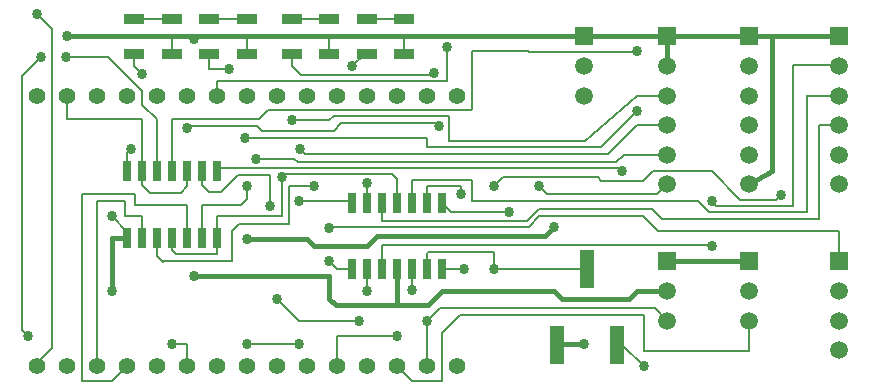
<source format=gbr>
G04 EAGLE Gerber RS-274X export*
G75*
%MOMM*%
%FSLAX34Y34*%
%LPD*%
%INTop Copper*%
%IPPOS*%
%AMOC8*
5,1,8,0,0,1.08239X$1,22.5*%
G01*
%ADD10C,1.408000*%
%ADD11R,0.650000X1.750000*%
%ADD12R,1.700000X0.900000*%
%ADD13C,1.508000*%
%ADD14R,1.508000X1.508000*%
%ADD15R,1.200000X3.300000*%
%ADD16C,0.203200*%
%ADD17C,0.856400*%
%ADD18C,0.406400*%


D10*
X69850Y25400D03*
X95250Y25400D03*
X120650Y25400D03*
X146050Y25400D03*
X171450Y25400D03*
X196850Y25400D03*
X222250Y25400D03*
X247650Y25400D03*
X273050Y25400D03*
X298450Y25400D03*
X323850Y25400D03*
X349250Y25400D03*
X374650Y25400D03*
X400050Y25400D03*
X425450Y25400D03*
X425450Y254000D03*
X400050Y254000D03*
X374650Y254000D03*
X349250Y254000D03*
X323850Y254000D03*
X298450Y254000D03*
X273050Y254000D03*
X247650Y254000D03*
X222250Y254000D03*
X196850Y254000D03*
X171450Y254000D03*
X146050Y254000D03*
X120650Y254000D03*
X95250Y254000D03*
X69850Y254000D03*
D11*
X336550Y107950D03*
X349250Y107950D03*
X361950Y107950D03*
X374650Y107950D03*
X387350Y107950D03*
X400050Y107950D03*
X412750Y107950D03*
X412750Y163950D03*
X400050Y163950D03*
X387350Y163950D03*
X374650Y163950D03*
X361950Y163950D03*
X349250Y163950D03*
X336550Y163950D03*
D12*
X381000Y319300D03*
X381000Y290300D03*
X317500Y319300D03*
X317500Y290300D03*
X247650Y319300D03*
X247650Y290300D03*
X184150Y319300D03*
X184150Y290300D03*
X349250Y319300D03*
X349250Y290300D03*
X285750Y290300D03*
X285750Y319300D03*
X215900Y319300D03*
X215900Y290300D03*
X152400Y319300D03*
X152400Y290300D03*
D13*
X749300Y179800D03*
X749300Y204800D03*
X749300Y229800D03*
X749300Y254800D03*
X749300Y279800D03*
D14*
X749300Y304800D03*
D13*
X673100Y179800D03*
X673100Y204800D03*
X673100Y229800D03*
X673100Y254800D03*
X673100Y279800D03*
D14*
X673100Y304800D03*
D13*
X603250Y64300D03*
X603250Y89300D03*
D14*
X603250Y114300D03*
D13*
X673100Y64300D03*
X673100Y89300D03*
D14*
X673100Y114300D03*
D13*
X749300Y39300D03*
X749300Y64300D03*
X749300Y89300D03*
D14*
X749300Y114300D03*
D13*
X533400Y254800D03*
X533400Y279800D03*
D14*
X533400Y304800D03*
D13*
X603250Y179800D03*
X603250Y204800D03*
X603250Y229800D03*
X603250Y254800D03*
X603250Y279800D03*
D14*
X603250Y304800D03*
D11*
X146550Y134500D03*
X159250Y134500D03*
X171950Y134500D03*
X184650Y134500D03*
X197350Y134500D03*
X210050Y134500D03*
X222750Y134500D03*
X222750Y190500D03*
X210050Y190500D03*
X197350Y190500D03*
X184650Y190500D03*
X171950Y190500D03*
X159250Y190500D03*
X146550Y190500D03*
D15*
X535940Y107950D03*
X510540Y43950D03*
X561340Y43950D03*
D16*
X120650Y25400D02*
X120650Y165100D01*
X158750Y135000D02*
X159250Y134500D01*
X158750Y135000D02*
X158750Y152400D01*
X144744Y152400D01*
X144744Y165100D01*
X120650Y165100D01*
X196900Y162052D02*
X197350Y134500D01*
X196900Y162052D02*
X152908Y162052D01*
X146050Y25400D02*
X133350Y12700D01*
X107950Y12700D01*
X107950Y171450D01*
X152908Y171450D01*
X152908Y162052D01*
X210050Y179070D02*
X210050Y190500D01*
D17*
X267462Y161290D03*
D16*
X215892Y173228D02*
X210050Y179070D01*
X215892Y173228D02*
X225552Y173228D01*
X239776Y187452D01*
X267208Y187452D01*
X267208Y161544D01*
X267462Y161290D01*
X171950Y190500D02*
X171450Y191000D01*
X171450Y234950D01*
X159258Y247142D01*
X130350Y287528D02*
X94234Y287528D01*
X57222Y56098D02*
X62520Y50800D01*
X57222Y56098D02*
X57222Y271090D01*
X73152Y287020D01*
D17*
X73152Y287020D03*
X94234Y287528D03*
D16*
X196850Y44450D02*
X196850Y25400D01*
X196850Y44450D02*
X184150Y44450D01*
D17*
X184150Y44450D03*
X62520Y50800D03*
D16*
X159258Y258620D02*
X130350Y287528D01*
X159258Y258620D02*
X159258Y247142D01*
X412750Y107950D02*
X431800Y107950D01*
D17*
X431800Y107950D03*
X410210Y228600D03*
D16*
X260350Y224790D02*
X256540Y228600D01*
X260350Y224790D02*
X321310Y224790D01*
X327660Y231140D01*
X407670Y231140D01*
X410210Y228600D01*
X256540Y228600D02*
X196850Y228600D01*
X196850Y227620D01*
D17*
X196850Y227620D03*
X158750Y273050D03*
D16*
X152400Y279400D02*
X152400Y290300D01*
X152400Y279400D02*
X158750Y273050D01*
D17*
X292100Y165100D03*
D16*
X336550Y165100D02*
X336550Y163950D01*
X336550Y165100D02*
X292100Y165100D01*
D17*
X232918Y277622D03*
D16*
X215900Y277622D01*
X215900Y290300D01*
D17*
X247650Y44450D03*
D16*
X292100Y44450D01*
D17*
X292100Y44450D03*
X469900Y156210D03*
D16*
X420490Y156210D01*
X412750Y163950D01*
D17*
X374650Y50800D03*
D16*
X323850Y50800D01*
X323850Y25400D01*
X285750Y279400D02*
X285750Y290300D01*
X285750Y279400D02*
X293370Y271780D01*
D17*
X406400Y274030D03*
D16*
X404150Y271780D01*
X293370Y271780D01*
D17*
X337058Y279618D03*
D16*
X347740Y290300D01*
X349250Y290300D01*
X336550Y107950D02*
X323850Y107950D01*
X317500Y114300D01*
D17*
X317500Y114300D03*
D18*
X317500Y101600D02*
X203200Y101600D01*
X317500Y101600D02*
X317500Y82550D01*
X322834Y77216D01*
D17*
X149860Y209550D03*
D16*
X146550Y206240D01*
X146550Y190500D01*
D17*
X203200Y101600D03*
D18*
X322834Y77216D02*
X374650Y77216D01*
X374650Y107950D01*
X374650Y77216D02*
X401066Y77216D01*
X412750Y88900D01*
X508000Y88900D01*
X514350Y82550D01*
X571500Y82550D01*
X578250Y89300D02*
X603250Y89300D01*
X578250Y89300D02*
X571500Y82550D01*
D16*
X184150Y290300D02*
X184150Y304800D01*
D18*
X203200Y304800D02*
X247650Y304800D01*
X203200Y304800D02*
X184150Y304800D01*
D16*
X247650Y304800D02*
X247650Y290300D01*
D18*
X247650Y304800D02*
X317500Y304800D01*
D16*
X317500Y290300D01*
D18*
X317500Y304800D02*
X381000Y304800D01*
D16*
X381000Y290300D01*
D18*
X533400Y304800D02*
X603250Y304800D01*
X673100Y304800D01*
X692150Y304800D01*
X749300Y304800D01*
X692150Y190500D02*
X673100Y179800D01*
X692150Y190500D02*
X692150Y304800D01*
X673100Y114300D02*
X603250Y114300D01*
D17*
X533400Y44450D03*
D18*
X510540Y44450D01*
D16*
X510540Y43950D01*
D17*
X133350Y88900D03*
D18*
X133350Y134029D01*
X146550Y134500D01*
D16*
X187905Y120904D02*
X222708Y120904D01*
X222708Y133333D01*
X222708Y152400D01*
X222750Y134500D02*
X222708Y133333D01*
D17*
X133350Y152400D03*
D18*
X95250Y304800D02*
X184150Y304800D01*
X381000Y304800D02*
X533400Y304800D01*
D16*
X277114Y187960D02*
X277114Y185710D01*
X277114Y152400D02*
X222708Y152400D01*
X184650Y134500D02*
X184650Y124159D01*
X187905Y120904D01*
X374650Y163950D02*
X374650Y184150D01*
X370840Y187960D01*
X277114Y187960D01*
D18*
X603250Y279800D02*
X603250Y304800D01*
D17*
X95250Y304800D03*
D18*
X203200Y304800D02*
X203200Y302804D01*
D17*
X203200Y302804D03*
D16*
X197350Y178300D02*
X191516Y172466D01*
X159250Y190500D02*
X158750Y190000D01*
X95250Y234950D02*
X95250Y254000D01*
X95250Y234950D02*
X158750Y234950D01*
X158750Y190000D01*
X165608Y172466D02*
X191516Y172466D01*
X165608Y172466D02*
X158750Y179324D01*
X158750Y190000D01*
X133350Y152400D02*
X146550Y139200D01*
X146550Y134500D01*
X197350Y178300D02*
X197350Y190500D01*
D17*
X277114Y185710D03*
D16*
X277114Y152400D01*
D17*
X387350Y89888D03*
D16*
X547878Y182372D02*
X583438Y182372D01*
X591566Y190500D01*
X641350Y190500D01*
X665480Y166370D02*
X695988Y166370D01*
X699770Y170152D01*
D17*
X699770Y170152D03*
D16*
X665480Y166370D02*
X641350Y190500D01*
D17*
X457200Y177800D03*
D16*
X464820Y185420D01*
X544830Y185420D01*
X547878Y182372D01*
X387350Y107950D02*
X387350Y89888D01*
X731794Y229800D02*
X749300Y229800D01*
X731794Y229800D02*
X731774Y230124D01*
X731774Y149860D01*
X361950Y148590D02*
X361950Y163950D01*
X599440Y149860D02*
X731774Y149860D01*
X599440Y149860D02*
X590550Y158750D01*
X495300Y158750D01*
X485140Y148590D02*
X361950Y148590D01*
X485140Y148590D02*
X495300Y158750D01*
X721622Y254800D02*
X749300Y254800D01*
X721622Y254800D02*
X721614Y255106D01*
X721614Y155956D01*
X438150Y182880D02*
X387350Y182880D01*
X387350Y163950D01*
X639064Y155956D02*
X721614Y155956D01*
X639064Y155956D02*
X629920Y165100D01*
X438150Y165100D02*
X438150Y182880D01*
X438150Y165100D02*
X629920Y165100D01*
X361950Y128270D02*
X361950Y107950D01*
D17*
X641350Y127000D03*
X641350Y165100D03*
D16*
X645160Y161290D02*
X710184Y161290D01*
X645160Y161290D02*
X641350Y165100D01*
X710184Y161290D02*
X710184Y280416D01*
X748684Y280416D02*
X749300Y279800D01*
X748684Y280416D02*
X710184Y280416D01*
X640080Y128270D02*
X641350Y127000D01*
X640080Y128270D02*
X361950Y128270D01*
D17*
X400050Y63500D03*
D16*
X400050Y25400D01*
X400050Y63500D02*
X411226Y74676D01*
X592874Y74676D02*
X603250Y64300D01*
X592874Y74676D02*
X411226Y74676D01*
D17*
X508000Y143510D03*
X247650Y133350D03*
D18*
X298450Y133350D01*
X304800Y127000D01*
X349250Y127000D01*
X358140Y135890D01*
X500380Y135890D02*
X508000Y143510D01*
X500380Y135890D02*
X358140Y135890D01*
D16*
X427990Y68580D02*
X584200Y68580D01*
X427990Y68580D02*
X412750Y53340D01*
X584200Y68580D02*
X584200Y38100D01*
X673100Y38100D01*
X673100Y64300D01*
X387350Y12700D02*
X374650Y25400D01*
X387350Y12700D02*
X412750Y12700D01*
X412750Y53340D01*
D17*
X342900Y63500D03*
D16*
X292100Y63500D02*
X273050Y82550D01*
D17*
X273050Y82550D03*
D16*
X292100Y63500D02*
X342900Y63500D01*
X561340Y43950D02*
X565650Y43950D01*
X584200Y25400D01*
D17*
X584200Y25400D03*
X69850Y323850D03*
D16*
X82550Y311150D02*
X82550Y40640D01*
X69850Y27940D02*
X69850Y25400D01*
X69850Y27940D02*
X82550Y40640D01*
X82550Y311150D02*
X69850Y323850D01*
D17*
X317500Y142240D03*
D16*
X749300Y139700D02*
X749300Y114300D01*
X318770Y143510D02*
X317500Y142240D01*
X486410Y143510D02*
X495300Y152400D01*
X595630Y139700D02*
X749300Y139700D01*
X486410Y143510D02*
X318770Y143510D01*
X495300Y152400D02*
X582930Y152400D01*
X595630Y139700D01*
X247650Y319300D02*
X215900Y319300D01*
X184150Y319300D02*
X152400Y319300D01*
X285750Y319300D02*
X317500Y319300D01*
X349250Y319300D02*
X381000Y319300D01*
D17*
X285750Y233680D03*
D16*
X321310Y237490D02*
X419100Y237490D01*
X317500Y233680D02*
X285750Y233680D01*
X317500Y233680D02*
X321310Y237490D01*
X419100Y237490D02*
X419100Y216620D01*
X534192Y216620D02*
X578259Y254350D01*
X603250Y254800D01*
X534192Y216620D02*
X419100Y216620D01*
D17*
X292608Y209550D03*
D16*
X297053Y205105D02*
X553495Y205105D01*
X297053Y205105D02*
X292608Y209550D01*
X553495Y205105D02*
X578190Y229800D01*
X603250Y229800D01*
X287782Y201168D02*
X255560Y201168D01*
X566750Y204800D02*
X603250Y204800D01*
X290830Y198120D02*
X287782Y201168D01*
X290830Y198120D02*
X560070Y198120D01*
X566750Y204800D01*
D17*
X255560Y201168D03*
X495300Y177800D03*
D16*
X501650Y171450D01*
X594900Y171450D02*
X603250Y179800D01*
X594900Y171450D02*
X501650Y171450D01*
X222250Y254000D02*
X222250Y266700D01*
X417068Y266700D01*
X417068Y295946D01*
D17*
X417068Y295946D03*
D16*
X234950Y114300D02*
X177020Y114300D01*
X177018Y114192D01*
X171950Y119260D01*
X171950Y134500D01*
X234950Y139700D02*
X234950Y114300D01*
X234950Y139700D02*
X241300Y146050D01*
X282956Y146050D01*
X282956Y177800D01*
X304800Y177800D01*
D17*
X304800Y177800D03*
X577850Y241300D03*
D16*
X547370Y210820D01*
D17*
X245872Y219202D03*
X247396Y178562D03*
D16*
X245872Y219202D02*
X400050Y219202D01*
X400050Y210820D01*
X547370Y210820D01*
X247396Y178562D02*
X247396Y167132D01*
X242316Y162052D02*
X209804Y162052D01*
X242316Y162052D02*
X247396Y167132D01*
X209804Y162052D02*
X209804Y134746D01*
X210050Y134500D01*
X225290Y193040D02*
X562610Y193040D01*
X225290Y193040D02*
X222750Y190500D01*
X562610Y193040D02*
X565150Y190500D01*
D17*
X565150Y190500D03*
X577850Y292100D03*
D16*
X577662Y291912D01*
X486807Y291912D01*
X265351Y242542D02*
X257759Y234950D01*
X265351Y242542D02*
X437437Y242542D01*
X184150Y234950D02*
X184150Y191000D01*
X184650Y190500D01*
X184150Y234950D02*
X257759Y234950D01*
X437437Y242542D02*
X438150Y243255D01*
X438150Y292100D01*
X486619Y292100D01*
X486807Y291912D01*
X349250Y180340D02*
X349250Y163950D01*
D17*
X349250Y180340D03*
X349250Y88900D03*
D16*
X349250Y107950D01*
X400050Y163950D02*
X400050Y177800D01*
X429260Y177800D01*
X429260Y171450D01*
D17*
X429260Y171450D03*
X457200Y107950D03*
D16*
X535940Y107950D01*
X400050Y107950D02*
X400050Y120650D01*
X401320Y121920D01*
X457200Y121920D01*
X457200Y107950D01*
M02*

</source>
